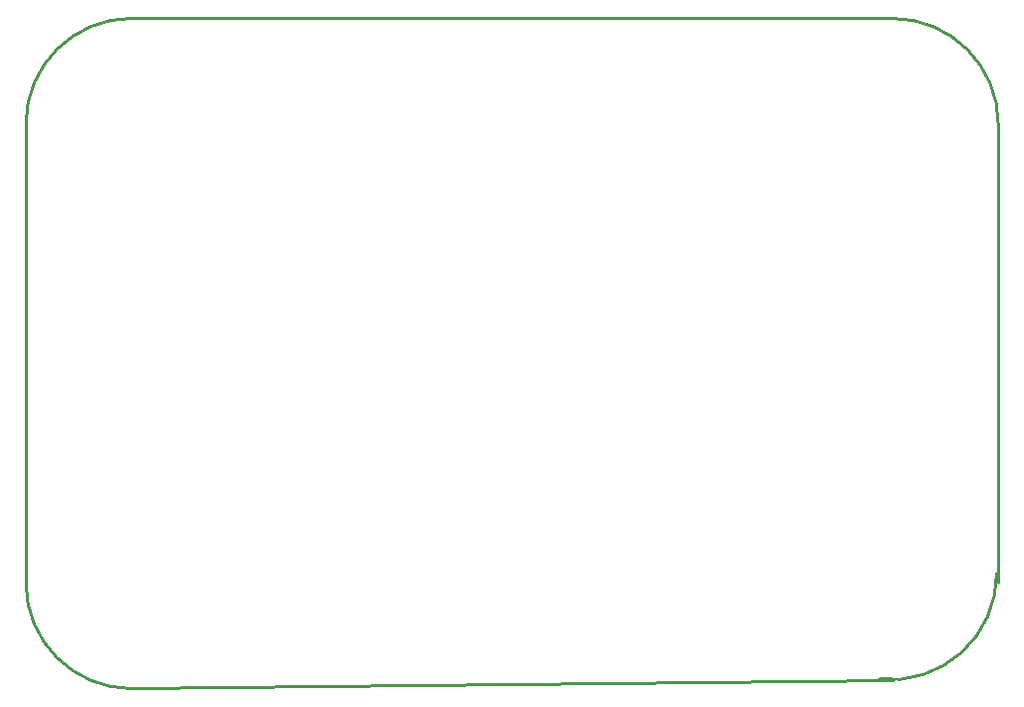
<source format=gko>
G04 Layer: BoardOutlineLayer*
G04 EasyEDA v6.5.51, 2025-10-20 22:37:19*
G04 0329cdd6e84a4ea496a32ef4976c9469,12abd119770744df9ef097ef44d34389,10*
G04 Gerber Generator version 0.2*
G04 Scale: 100 percent, Rotated: No, Reflected: No *
G04 Dimensions in millimeters *
G04 leading zeros omitted , absolute positions ,4 integer and 5 decimal *
%FSLAX45Y45*%
%MOMM*%

%ADD10C,0.2540*%
%ADD11C,0.0145*%
D10*
X2476500Y-25400D02*
G01*
X-3999992Y-99060D01*
X-3999992Y5600700D02*
G01*
X2489200Y5600700D01*
X3365500Y4699000D02*
G01*
X3365500Y799007D01*
X-4899990Y799998D02*
G01*
X-4899990Y4699990D01*
G75*
G01*
X2465499Y5598996D02*
G02*
X3365497Y4698997I0J-899999D01*
G75*
G01*
X-3999992Y-100000D02*
G02*
X-4899990Y799998I0J899998D01*
G75*
G01*
X-4899990Y4699991D02*
G02*
X-3999992Y5599989I899998J0D01*
G75*
G01*
X3351098Y876303D02*
G02*
X2352784Y-18311I-899998J-2D01*

%LPD*%
M02*

</source>
